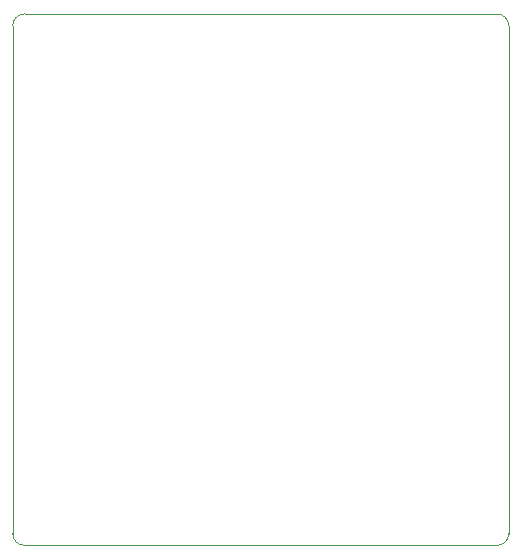
<source format=gbr>
G04 #@! TF.GenerationSoftware,KiCad,Pcbnew,(5.1.9)-1*
G04 #@! TF.CreationDate,2021-03-03T09:56:08+01:00*
G04 #@! TF.ProjectId,bobbycar,626f6262-7963-4617-922e-6b696361645f,rev?*
G04 #@! TF.SameCoordinates,Original*
G04 #@! TF.FileFunction,Profile,NP*
%FSLAX46Y46*%
G04 Gerber Fmt 4.6, Leading zero omitted, Abs format (unit mm)*
G04 Created by KiCad (PCBNEW (5.1.9)-1) date 2021-03-03 09:56:08*
%MOMM*%
%LPD*%
G01*
G04 APERTURE LIST*
G04 #@! TA.AperFunction,Profile*
%ADD10C,0.050000*%
G04 #@! TD*
G04 APERTURE END LIST*
D10*
X96000000Y-73000000D02*
G75*
G02*
X95000000Y-72000000I0J1000000D01*
G01*
X137000000Y-72000000D02*
G75*
G02*
X136000000Y-73000000I-1000000J0D01*
G01*
X136000000Y-28000000D02*
G75*
G02*
X137000000Y-29000000I0J-1000000D01*
G01*
X95000000Y-29000000D02*
G75*
G02*
X96000000Y-28000000I1000000J0D01*
G01*
X136000000Y-73000000D02*
X96000000Y-73000000D01*
X95000000Y-29000000D02*
X95000000Y-72000000D01*
X137000000Y-29000000D02*
X137000000Y-72000000D01*
X96000000Y-28000000D02*
X136000000Y-28000000D01*
M02*

</source>
